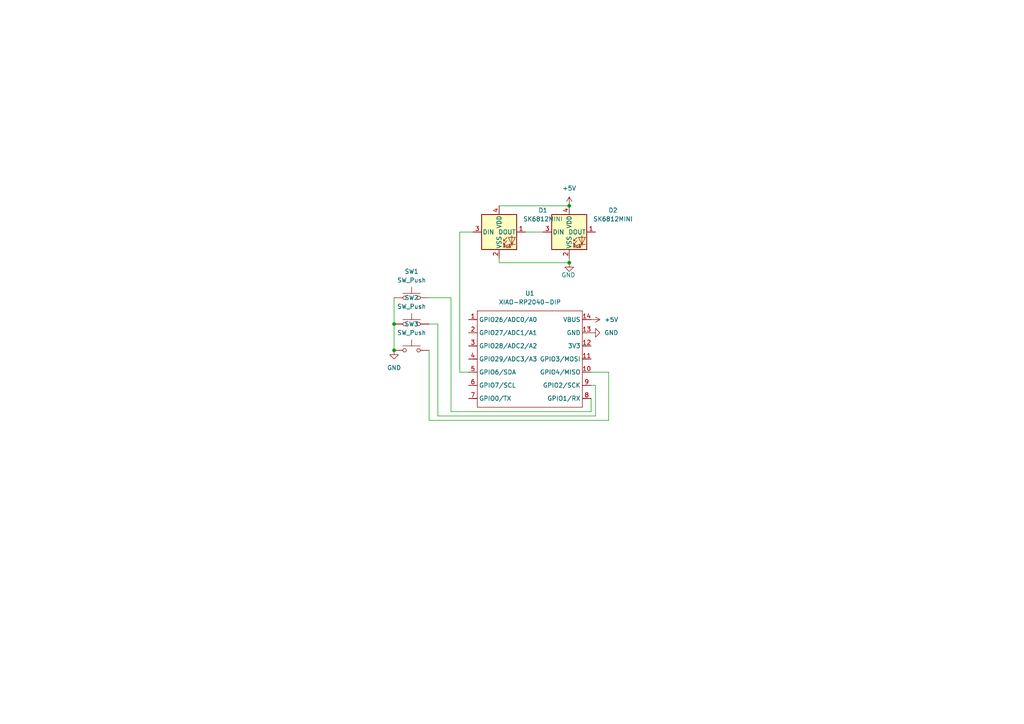
<source format=kicad_sch>
(kicad_sch
	(version 20231120)
	(generator "eeschema")
	(generator_version "8.0")
	(uuid "17f31dfa-1b43-4e54-b4d7-4b97ca3d0ad4")
	(paper "A4")
	(lib_symbols
		(symbol "LED:SK6812MINI"
			(pin_names
				(offset 0.254)
			)
			(exclude_from_sim no)
			(in_bom yes)
			(on_board yes)
			(property "Reference" "D"
				(at 5.08 5.715 0)
				(effects
					(font
						(size 1.27 1.27)
					)
					(justify right bottom)
				)
			)
			(property "Value" "SK6812MINI"
				(at 1.27 -5.715 0)
				(effects
					(font
						(size 1.27 1.27)
					)
					(justify left top)
				)
			)
			(property "Footprint" "LED_SMD:LED_SK6812MINI_PLCC4_3.5x3.5mm_P1.75mm"
				(at 1.27 -7.62 0)
				(effects
					(font
						(size 1.27 1.27)
					)
					(justify left top)
					(hide yes)
				)
			)
			(property "Datasheet" "https://cdn-shop.adafruit.com/product-files/2686/SK6812MINI_REV.01-1-2.pdf"
				(at 2.54 -9.525 0)
				(effects
					(font
						(size 1.27 1.27)
					)
					(justify left top)
					(hide yes)
				)
			)
			(property "Description" "RGB LED with integrated controller"
				(at 0 0 0)
				(effects
					(font
						(size 1.27 1.27)
					)
					(hide yes)
				)
			)
			(property "ki_keywords" "RGB LED NeoPixel Mini addressable"
				(at 0 0 0)
				(effects
					(font
						(size 1.27 1.27)
					)
					(hide yes)
				)
			)
			(property "ki_fp_filters" "LED*SK6812MINI*PLCC*3.5x3.5mm*P1.75mm*"
				(at 0 0 0)
				(effects
					(font
						(size 1.27 1.27)
					)
					(hide yes)
				)
			)
			(symbol "SK6812MINI_0_0"
				(text "RGB"
					(at 2.286 -4.191 0)
					(effects
						(font
							(size 0.762 0.762)
						)
					)
				)
			)
			(symbol "SK6812MINI_0_1"
				(polyline
					(pts
						(xy 1.27 -3.556) (xy 1.778 -3.556)
					)
					(stroke
						(width 0)
						(type default)
					)
					(fill
						(type none)
					)
				)
				(polyline
					(pts
						(xy 1.27 -2.54) (xy 1.778 -2.54)
					)
					(stroke
						(width 0)
						(type default)
					)
					(fill
						(type none)
					)
				)
				(polyline
					(pts
						(xy 4.699 -3.556) (xy 2.667 -3.556)
					)
					(stroke
						(width 0)
						(type default)
					)
					(fill
						(type none)
					)
				)
				(polyline
					(pts
						(xy 2.286 -2.54) (xy 1.27 -3.556) (xy 1.27 -3.048)
					)
					(stroke
						(width 0)
						(type default)
					)
					(fill
						(type none)
					)
				)
				(polyline
					(pts
						(xy 2.286 -1.524) (xy 1.27 -2.54) (xy 1.27 -2.032)
					)
					(stroke
						(width 0)
						(type default)
					)
					(fill
						(type none)
					)
				)
				(polyline
					(pts
						(xy 3.683 -1.016) (xy 3.683 -3.556) (xy 3.683 -4.064)
					)
					(stroke
						(width 0)
						(type default)
					)
					(fill
						(type none)
					)
				)
				(polyline
					(pts
						(xy 4.699 -1.524) (xy 2.667 -1.524) (xy 3.683 -3.556) (xy 4.699 -1.524)
					)
					(stroke
						(width 0)
						(type default)
					)
					(fill
						(type none)
					)
				)
				(rectangle
					(start 5.08 5.08)
					(end -5.08 -5.08)
					(stroke
						(width 0.254)
						(type default)
					)
					(fill
						(type background)
					)
				)
			)
			(symbol "SK6812MINI_1_1"
				(pin output line
					(at 7.62 0 180)
					(length 2.54)
					(name "DOUT"
						(effects
							(font
								(size 1.27 1.27)
							)
						)
					)
					(number "1"
						(effects
							(font
								(size 1.27 1.27)
							)
						)
					)
				)
				(pin power_in line
					(at 0 -7.62 90)
					(length 2.54)
					(name "VSS"
						(effects
							(font
								(size 1.27 1.27)
							)
						)
					)
					(number "2"
						(effects
							(font
								(size 1.27 1.27)
							)
						)
					)
				)
				(pin input line
					(at -7.62 0 0)
					(length 2.54)
					(name "DIN"
						(effects
							(font
								(size 1.27 1.27)
							)
						)
					)
					(number "3"
						(effects
							(font
								(size 1.27 1.27)
							)
						)
					)
				)
				(pin power_in line
					(at 0 7.62 270)
					(length 2.54)
					(name "VDD"
						(effects
							(font
								(size 1.27 1.27)
							)
						)
					)
					(number "4"
						(effects
							(font
								(size 1.27 1.27)
							)
						)
					)
				)
			)
		)
		(symbol "OPL:XIAO-RP2040-DIP"
			(exclude_from_sim no)
			(in_bom yes)
			(on_board yes)
			(property "Reference" "U"
				(at 0 0 0)
				(effects
					(font
						(size 1.27 1.27)
					)
				)
			)
			(property "Value" "XIAO-RP2040-DIP"
				(at 5.334 -1.778 0)
				(effects
					(font
						(size 1.27 1.27)
					)
				)
			)
			(property "Footprint" "Module:MOUDLE14P-XIAO-DIP-SMD"
				(at 14.478 -32.258 0)
				(effects
					(font
						(size 1.27 1.27)
					)
					(hide yes)
				)
			)
			(property "Datasheet" ""
				(at 0 0 0)
				(effects
					(font
						(size 1.27 1.27)
					)
					(hide yes)
				)
			)
			(property "Description" ""
				(at 0 0 0)
				(effects
					(font
						(size 1.27 1.27)
					)
					(hide yes)
				)
			)
			(symbol "XIAO-RP2040-DIP_1_0"
				(polyline
					(pts
						(xy -1.27 -30.48) (xy -1.27 -16.51)
					)
					(stroke
						(width 0.1524)
						(type solid)
					)
					(fill
						(type none)
					)
				)
				(polyline
					(pts
						(xy -1.27 -27.94) (xy -2.54 -27.94)
					)
					(stroke
						(width 0.1524)
						(type solid)
					)
					(fill
						(type none)
					)
				)
				(polyline
					(pts
						(xy -1.27 -24.13) (xy -2.54 -24.13)
					)
					(stroke
						(width 0.1524)
						(type solid)
					)
					(fill
						(type none)
					)
				)
				(polyline
					(pts
						(xy -1.27 -20.32) (xy -2.54 -20.32)
					)
					(stroke
						(width 0.1524)
						(type solid)
					)
					(fill
						(type none)
					)
				)
				(polyline
					(pts
						(xy -1.27 -16.51) (xy -2.54 -16.51)
					)
					(stroke
						(width 0.1524)
						(type solid)
					)
					(fill
						(type none)
					)
				)
				(polyline
					(pts
						(xy -1.27 -16.51) (xy -1.27 -12.7)
					)
					(stroke
						(width 0.1524)
						(type solid)
					)
					(fill
						(type none)
					)
				)
				(polyline
					(pts
						(xy -1.27 -12.7) (xy -2.54 -12.7)
					)
					(stroke
						(width 0.1524)
						(type solid)
					)
					(fill
						(type none)
					)
				)
				(polyline
					(pts
						(xy -1.27 -12.7) (xy -1.27 -8.89)
					)
					(stroke
						(width 0.1524)
						(type solid)
					)
					(fill
						(type none)
					)
				)
				(polyline
					(pts
						(xy -1.27 -8.89) (xy -2.54 -8.89)
					)
					(stroke
						(width 0.1524)
						(type solid)
					)
					(fill
						(type none)
					)
				)
				(polyline
					(pts
						(xy -1.27 -8.89) (xy -1.27 -5.08)
					)
					(stroke
						(width 0.1524)
						(type solid)
					)
					(fill
						(type none)
					)
				)
				(polyline
					(pts
						(xy -1.27 -5.08) (xy -2.54 -5.08)
					)
					(stroke
						(width 0.1524)
						(type solid)
					)
					(fill
						(type none)
					)
				)
				(polyline
					(pts
						(xy -1.27 -5.08) (xy -1.27 -2.54)
					)
					(stroke
						(width 0.1524)
						(type solid)
					)
					(fill
						(type none)
					)
				)
				(polyline
					(pts
						(xy -1.27 -2.54) (xy 29.21 -2.54)
					)
					(stroke
						(width 0.1524)
						(type solid)
					)
					(fill
						(type none)
					)
				)
				(polyline
					(pts
						(xy 29.21 -30.48) (xy -1.27 -30.48)
					)
					(stroke
						(width 0.1524)
						(type solid)
					)
					(fill
						(type none)
					)
				)
				(polyline
					(pts
						(xy 29.21 -12.7) (xy 29.21 -30.48)
					)
					(stroke
						(width 0.1524)
						(type solid)
					)
					(fill
						(type none)
					)
				)
				(polyline
					(pts
						(xy 29.21 -8.89) (xy 29.21 -12.7)
					)
					(stroke
						(width 0.1524)
						(type solid)
					)
					(fill
						(type none)
					)
				)
				(polyline
					(pts
						(xy 29.21 -5.08) (xy 29.21 -8.89)
					)
					(stroke
						(width 0.1524)
						(type solid)
					)
					(fill
						(type none)
					)
				)
				(polyline
					(pts
						(xy 29.21 -2.54) (xy 29.21 -5.08)
					)
					(stroke
						(width 0.1524)
						(type solid)
					)
					(fill
						(type none)
					)
				)
				(polyline
					(pts
						(xy 30.48 -27.94) (xy 29.21 -27.94)
					)
					(stroke
						(width 0.1524)
						(type solid)
					)
					(fill
						(type none)
					)
				)
				(polyline
					(pts
						(xy 30.48 -24.13) (xy 29.21 -24.13)
					)
					(stroke
						(width 0.1524)
						(type solid)
					)
					(fill
						(type none)
					)
				)
				(polyline
					(pts
						(xy 30.48 -20.32) (xy 29.21 -20.32)
					)
					(stroke
						(width 0.1524)
						(type solid)
					)
					(fill
						(type none)
					)
				)
				(polyline
					(pts
						(xy 30.48 -16.51) (xy 29.21 -16.51)
					)
					(stroke
						(width 0.1524)
						(type solid)
					)
					(fill
						(type none)
					)
				)
				(polyline
					(pts
						(xy 30.48 -12.7) (xy 29.21 -12.7)
					)
					(stroke
						(width 0.1524)
						(type solid)
					)
					(fill
						(type none)
					)
				)
				(polyline
					(pts
						(xy 30.48 -8.89) (xy 29.21 -8.89)
					)
					(stroke
						(width 0.1524)
						(type solid)
					)
					(fill
						(type none)
					)
				)
				(polyline
					(pts
						(xy 30.48 -5.08) (xy 29.21 -5.08)
					)
					(stroke
						(width 0.1524)
						(type solid)
					)
					(fill
						(type none)
					)
				)
				(pin passive line
					(at -3.81 -5.08 0)
					(length 2.54)
					(name "GPIO26/ADC0/A0"
						(effects
							(font
								(size 1.27 1.27)
							)
						)
					)
					(number "1"
						(effects
							(font
								(size 1.27 1.27)
							)
						)
					)
				)
				(pin passive line
					(at 31.75 -20.32 180)
					(length 2.54)
					(name "GPIO4/MISO"
						(effects
							(font
								(size 1.27 1.27)
							)
						)
					)
					(number "10"
						(effects
							(font
								(size 1.27 1.27)
							)
						)
					)
				)
				(pin passive line
					(at 31.75 -16.51 180)
					(length 2.54)
					(name "GPIO3/MOSI"
						(effects
							(font
								(size 1.27 1.27)
							)
						)
					)
					(number "11"
						(effects
							(font
								(size 1.27 1.27)
							)
						)
					)
				)
				(pin passive line
					(at 31.75 -12.7 180)
					(length 2.54)
					(name "3V3"
						(effects
							(font
								(size 1.27 1.27)
							)
						)
					)
					(number "12"
						(effects
							(font
								(size 1.27 1.27)
							)
						)
					)
				)
				(pin passive line
					(at 31.75 -8.89 180)
					(length 2.54)
					(name "GND"
						(effects
							(font
								(size 1.27 1.27)
							)
						)
					)
					(number "13"
						(effects
							(font
								(size 1.27 1.27)
							)
						)
					)
				)
				(pin passive line
					(at 31.75 -5.08 180)
					(length 2.54)
					(name "VBUS"
						(effects
							(font
								(size 1.27 1.27)
							)
						)
					)
					(number "14"
						(effects
							(font
								(size 1.27 1.27)
							)
						)
					)
				)
				(pin passive line
					(at -3.81 -8.89 0)
					(length 2.54)
					(name "GPIO27/ADC1/A1"
						(effects
							(font
								(size 1.27 1.27)
							)
						)
					)
					(number "2"
						(effects
							(font
								(size 1.27 1.27)
							)
						)
					)
				)
				(pin passive line
					(at -3.81 -12.7 0)
					(length 2.54)
					(name "GPIO28/ADC2/A2"
						(effects
							(font
								(size 1.27 1.27)
							)
						)
					)
					(number "3"
						(effects
							(font
								(size 1.27 1.27)
							)
						)
					)
				)
				(pin passive line
					(at -3.81 -16.51 0)
					(length 2.54)
					(name "GPIO29/ADC3/A3"
						(effects
							(font
								(size 1.27 1.27)
							)
						)
					)
					(number "4"
						(effects
							(font
								(size 1.27 1.27)
							)
						)
					)
				)
				(pin passive line
					(at -3.81 -20.32 0)
					(length 2.54)
					(name "GPIO6/SDA"
						(effects
							(font
								(size 1.27 1.27)
							)
						)
					)
					(number "5"
						(effects
							(font
								(size 1.27 1.27)
							)
						)
					)
				)
				(pin passive line
					(at -3.81 -24.13 0)
					(length 2.54)
					(name "GPIO7/SCL"
						(effects
							(font
								(size 1.27 1.27)
							)
						)
					)
					(number "6"
						(effects
							(font
								(size 1.27 1.27)
							)
						)
					)
				)
				(pin passive line
					(at -3.81 -27.94 0)
					(length 2.54)
					(name "GPIO0/TX"
						(effects
							(font
								(size 1.27 1.27)
							)
						)
					)
					(number "7"
						(effects
							(font
								(size 1.27 1.27)
							)
						)
					)
				)
				(pin passive line
					(at 31.75 -27.94 180)
					(length 2.54)
					(name "GPIO1/RX"
						(effects
							(font
								(size 1.27 1.27)
							)
						)
					)
					(number "8"
						(effects
							(font
								(size 1.27 1.27)
							)
						)
					)
				)
				(pin passive line
					(at 31.75 -24.13 180)
					(length 2.54)
					(name "GPIO2/SCK"
						(effects
							(font
								(size 1.27 1.27)
							)
						)
					)
					(number "9"
						(effects
							(font
								(size 1.27 1.27)
							)
						)
					)
				)
			)
		)
		(symbol "Switch:SW_Push"
			(pin_numbers hide)
			(pin_names
				(offset 1.016) hide)
			(exclude_from_sim no)
			(in_bom yes)
			(on_board yes)
			(property "Reference" "SW"
				(at 1.27 2.54 0)
				(effects
					(font
						(size 1.27 1.27)
					)
					(justify left)
				)
			)
			(property "Value" "SW_Push"
				(at 0 -1.524 0)
				(effects
					(font
						(size 1.27 1.27)
					)
				)
			)
			(property "Footprint" ""
				(at 0 5.08 0)
				(effects
					(font
						(size 1.27 1.27)
					)
					(hide yes)
				)
			)
			(property "Datasheet" "~"
				(at 0 5.08 0)
				(effects
					(font
						(size 1.27 1.27)
					)
					(hide yes)
				)
			)
			(property "Description" "Push button switch, generic, two pins"
				(at 0 0 0)
				(effects
					(font
						(size 1.27 1.27)
					)
					(hide yes)
				)
			)
			(property "ki_keywords" "switch normally-open pushbutton push-button"
				(at 0 0 0)
				(effects
					(font
						(size 1.27 1.27)
					)
					(hide yes)
				)
			)
			(symbol "SW_Push_0_1"
				(circle
					(center -2.032 0)
					(radius 0.508)
					(stroke
						(width 0)
						(type default)
					)
					(fill
						(type none)
					)
				)
				(polyline
					(pts
						(xy 0 1.27) (xy 0 3.048)
					)
					(stroke
						(width 0)
						(type default)
					)
					(fill
						(type none)
					)
				)
				(polyline
					(pts
						(xy 2.54 1.27) (xy -2.54 1.27)
					)
					(stroke
						(width 0)
						(type default)
					)
					(fill
						(type none)
					)
				)
				(circle
					(center 2.032 0)
					(radius 0.508)
					(stroke
						(width 0)
						(type default)
					)
					(fill
						(type none)
					)
				)
				(pin passive line
					(at -5.08 0 0)
					(length 2.54)
					(name "1"
						(effects
							(font
								(size 1.27 1.27)
							)
						)
					)
					(number "1"
						(effects
							(font
								(size 1.27 1.27)
							)
						)
					)
				)
				(pin passive line
					(at 5.08 0 180)
					(length 2.54)
					(name "2"
						(effects
							(font
								(size 1.27 1.27)
							)
						)
					)
					(number "2"
						(effects
							(font
								(size 1.27 1.27)
							)
						)
					)
				)
			)
		)
		(symbol "power:+5V"
			(power)
			(pin_numbers hide)
			(pin_names
				(offset 0) hide)
			(exclude_from_sim no)
			(in_bom yes)
			(on_board yes)
			(property "Reference" "#PWR"
				(at 0 -3.81 0)
				(effects
					(font
						(size 1.27 1.27)
					)
					(hide yes)
				)
			)
			(property "Value" "+5V"
				(at 0 3.556 0)
				(effects
					(font
						(size 1.27 1.27)
					)
				)
			)
			(property "Footprint" ""
				(at 0 0 0)
				(effects
					(font
						(size 1.27 1.27)
					)
					(hide yes)
				)
			)
			(property "Datasheet" ""
				(at 0 0 0)
				(effects
					(font
						(size 1.27 1.27)
					)
					(hide yes)
				)
			)
			(property "Description" "Power symbol creates a global label with name \"+5V\""
				(at 0 0 0)
				(effects
					(font
						(size 1.27 1.27)
					)
					(hide yes)
				)
			)
			(property "ki_keywords" "global power"
				(at 0 0 0)
				(effects
					(font
						(size 1.27 1.27)
					)
					(hide yes)
				)
			)
			(symbol "+5V_0_1"
				(polyline
					(pts
						(xy -0.762 1.27) (xy 0 2.54)
					)
					(stroke
						(width 0)
						(type default)
					)
					(fill
						(type none)
					)
				)
				(polyline
					(pts
						(xy 0 0) (xy 0 2.54)
					)
					(stroke
						(width 0)
						(type default)
					)
					(fill
						(type none)
					)
				)
				(polyline
					(pts
						(xy 0 2.54) (xy 0.762 1.27)
					)
					(stroke
						(width 0)
						(type default)
					)
					(fill
						(type none)
					)
				)
			)
			(symbol "+5V_1_1"
				(pin power_in line
					(at 0 0 90)
					(length 0)
					(name "~"
						(effects
							(font
								(size 1.27 1.27)
							)
						)
					)
					(number "1"
						(effects
							(font
								(size 1.27 1.27)
							)
						)
					)
				)
			)
		)
		(symbol "power:GND"
			(power)
			(pin_numbers hide)
			(pin_names
				(offset 0) hide)
			(exclude_from_sim no)
			(in_bom yes)
			(on_board yes)
			(property "Reference" "#PWR"
				(at 0 -6.35 0)
				(effects
					(font
						(size 1.27 1.27)
					)
					(hide yes)
				)
			)
			(property "Value" "GND"
				(at 0 -3.81 0)
				(effects
					(font
						(size 1.27 1.27)
					)
				)
			)
			(property "Footprint" ""
				(at 0 0 0)
				(effects
					(font
						(size 1.27 1.27)
					)
					(hide yes)
				)
			)
			(property "Datasheet" ""
				(at 0 0 0)
				(effects
					(font
						(size 1.27 1.27)
					)
					(hide yes)
				)
			)
			(property "Description" "Power symbol creates a global label with name \"GND\" , ground"
				(at 0 0 0)
				(effects
					(font
						(size 1.27 1.27)
					)
					(hide yes)
				)
			)
			(property "ki_keywords" "global power"
				(at 0 0 0)
				(effects
					(font
						(size 1.27 1.27)
					)
					(hide yes)
				)
			)
			(symbol "GND_0_1"
				(polyline
					(pts
						(xy 0 0) (xy 0 -1.27) (xy 1.27 -1.27) (xy 0 -2.54) (xy -1.27 -1.27) (xy 0 -1.27)
					)
					(stroke
						(width 0)
						(type default)
					)
					(fill
						(type none)
					)
				)
			)
			(symbol "GND_1_1"
				(pin power_in line
					(at 0 0 270)
					(length 0)
					(name "~"
						(effects
							(font
								(size 1.27 1.27)
							)
						)
					)
					(number "1"
						(effects
							(font
								(size 1.27 1.27)
							)
						)
					)
				)
			)
		)
	)
	(junction
		(at 114.3 101.6)
		(diameter 0)
		(color 0 0 0 0)
		(uuid "24be2b0d-2548-41b8-9bd1-e4c46a7ccb8b")
	)
	(junction
		(at 165.1 59.69)
		(diameter 0)
		(color 0 0 0 0)
		(uuid "2efa6f7f-d187-4ad7-9b8f-7e4ce577e41b")
	)
	(junction
		(at 165.1 76.2)
		(diameter 0)
		(color 0 0 0 0)
		(uuid "3972bc8a-dc21-4a61-acd9-44fde270e694")
	)
	(junction
		(at 114.3 93.98)
		(diameter 0)
		(color 0 0 0 0)
		(uuid "de4e2dd6-126e-45f2-9121-e58734cf802e")
	)
	(wire
		(pts
			(xy 124.46 101.6) (xy 124.46 121.92)
		)
		(stroke
			(width 0)
			(type default)
		)
		(uuid "00addf3d-0297-426d-89d6-813615e2f521")
	)
	(wire
		(pts
			(xy 137.16 67.31) (xy 133.35 67.31)
		)
		(stroke
			(width 0)
			(type default)
		)
		(uuid "0e4a1644-6cbb-454d-9dc0-5cb524beeaa1")
	)
	(wire
		(pts
			(xy 130.81 119.38) (xy 171.45 119.38)
		)
		(stroke
			(width 0)
			(type default)
		)
		(uuid "1b57cf53-4f5a-43ae-a67f-bf0975f0d26f")
	)
	(wire
		(pts
			(xy 144.78 74.93) (xy 144.78 76.2)
		)
		(stroke
			(width 0)
			(type default)
		)
		(uuid "1c0052e6-18d3-4b0a-94e1-74d0ff8dddea")
	)
	(wire
		(pts
			(xy 127 93.98) (xy 127 120.65)
		)
		(stroke
			(width 0)
			(type default)
		)
		(uuid "47be4155-0cda-44b4-b61c-d2fc60d5c709")
	)
	(wire
		(pts
			(xy 124.46 93.98) (xy 127 93.98)
		)
		(stroke
			(width 0)
			(type default)
		)
		(uuid "5e4d7ff8-c966-4aea-960d-eeeae04b2712")
	)
	(wire
		(pts
			(xy 144.78 76.2) (xy 165.1 76.2)
		)
		(stroke
			(width 0)
			(type default)
		)
		(uuid "624539dc-58ce-4801-ac2d-e49018ac5f4e")
	)
	(wire
		(pts
			(xy 176.53 121.92) (xy 176.53 107.95)
		)
		(stroke
			(width 0)
			(type default)
		)
		(uuid "73d28e7e-436f-4fb0-b5d3-655b2476aa2f")
	)
	(wire
		(pts
			(xy 171.45 119.38) (xy 171.45 115.57)
		)
		(stroke
			(width 0)
			(type default)
		)
		(uuid "806361cd-aaaf-440a-8212-434ea33a0dac")
	)
	(wire
		(pts
			(xy 124.46 86.36) (xy 130.81 86.36)
		)
		(stroke
			(width 0)
			(type default)
		)
		(uuid "816e8004-5e08-41d5-8676-869acbceed2c")
	)
	(wire
		(pts
			(xy 171.45 107.95) (xy 176.53 107.95)
		)
		(stroke
			(width 0)
			(type default)
		)
		(uuid "82bd763d-1767-4107-aacf-1445634fce8f")
	)
	(wire
		(pts
			(xy 172.72 111.76) (xy 171.45 111.76)
		)
		(stroke
			(width 0)
			(type default)
		)
		(uuid "845c0462-4b03-457c-a0bc-d898096966dd")
	)
	(wire
		(pts
			(xy 165.1 76.2) (xy 165.1 74.93)
		)
		(stroke
			(width 0)
			(type default)
		)
		(uuid "853c8889-bf6c-4a05-a28e-3b06c01b5dd1")
	)
	(wire
		(pts
			(xy 130.81 86.36) (xy 130.81 119.38)
		)
		(stroke
			(width 0)
			(type default)
		)
		(uuid "864ff670-54cd-4430-9f77-dbc42c59a8cc")
	)
	(wire
		(pts
			(xy 144.78 59.69) (xy 165.1 59.69)
		)
		(stroke
			(width 0)
			(type default)
		)
		(uuid "8bdc96ad-9a5a-4c37-bad6-d33661b22fa8")
	)
	(wire
		(pts
			(xy 114.3 93.98) (xy 114.3 101.6)
		)
		(stroke
			(width 0)
			(type default)
		)
		(uuid "9365cf00-84fc-4a22-8dbe-0e2212a1b4fb")
	)
	(wire
		(pts
			(xy 127 120.65) (xy 172.72 120.65)
		)
		(stroke
			(width 0)
			(type default)
		)
		(uuid "a3bb9d73-7dda-4230-b4c8-a8a5b7529c5e")
	)
	(wire
		(pts
			(xy 152.4 67.31) (xy 157.48 67.31)
		)
		(stroke
			(width 0)
			(type default)
		)
		(uuid "a89ea690-3494-45eb-ab35-ddb6868258f3")
	)
	(wire
		(pts
			(xy 172.72 120.65) (xy 172.72 111.76)
		)
		(stroke
			(width 0)
			(type default)
		)
		(uuid "b57cdb91-df8b-4ee0-aca8-fe576338d4a9")
	)
	(wire
		(pts
			(xy 133.35 107.95) (xy 135.89 107.95)
		)
		(stroke
			(width 0)
			(type default)
		)
		(uuid "b9f13b5b-118e-447e-8465-9dfb0884019a")
	)
	(wire
		(pts
			(xy 114.3 86.36) (xy 114.3 93.98)
		)
		(stroke
			(width 0)
			(type default)
		)
		(uuid "c5993f6e-e519-480c-91a6-3ee49920aa22")
	)
	(wire
		(pts
			(xy 124.46 121.92) (xy 176.53 121.92)
		)
		(stroke
			(width 0)
			(type default)
		)
		(uuid "d9f6663a-982e-4a48-9240-4c082de31000")
	)
	(wire
		(pts
			(xy 133.35 67.31) (xy 133.35 107.95)
		)
		(stroke
			(width 0)
			(type default)
		)
		(uuid "ec5b772b-8df2-4956-8e1f-7c4ecaeb4876")
	)
	(symbol
		(lib_id "power:GND")
		(at 165.1 76.2 0)
		(unit 1)
		(exclude_from_sim no)
		(in_bom yes)
		(on_board yes)
		(dnp no)
		(uuid "00e48b52-9811-44aa-83b2-ae418f5ab465")
		(property "Reference" "#PWR04"
			(at 165.1 82.55 0)
			(effects
				(font
					(size 1.27 1.27)
				)
				(hide yes)
			)
		)
		(property "Value" "GND"
			(at 164.846 79.756 0)
			(effects
				(font
					(size 1.27 1.27)
				)
			)
		)
		(property "Footprint" ""
			(at 165.1 76.2 0)
			(effects
				(font
					(size 1.27 1.27)
				)
				(hide yes)
			)
		)
		(property "Datasheet" ""
			(at 165.1 76.2 0)
			(effects
				(font
					(size 1.27 1.27)
				)
				(hide yes)
			)
		)
		(property "Description" "Power symbol creates a global label with name \"GND\" , ground"
			(at 165.1 76.2 0)
			(effects
				(font
					(size 1.27 1.27)
				)
				(hide yes)
			)
		)
		(pin "1"
			(uuid "706f0b76-664a-4332-8d87-c225081ab170")
		)
		(instances
			(project ""
				(path "/17f31dfa-1b43-4e54-b4d7-4b97ca3d0ad4"
					(reference "#PWR04")
					(unit 1)
				)
			)
		)
	)
	(symbol
		(lib_id "LED:SK6812MINI")
		(at 165.1 67.31 0)
		(unit 1)
		(exclude_from_sim no)
		(in_bom yes)
		(on_board yes)
		(dnp no)
		(fields_autoplaced yes)
		(uuid "07908e1f-245e-44d5-8c23-2b6ffae5f900")
		(property "Reference" "D2"
			(at 177.8 60.9914 0)
			(effects
				(font
					(size 1.27 1.27)
				)
			)
		)
		(property "Value" "SK6812MINI"
			(at 177.8 63.5314 0)
			(effects
				(font
					(size 1.27 1.27)
				)
			)
		)
		(property "Footprint" "LED_SMD:LED_SK6812MINI_PLCC4_3.5x3.5mm_P1.75mm"
			(at 166.37 74.93 0)
			(effects
				(font
					(size 1.27 1.27)
				)
				(justify left top)
				(hide yes)
			)
		)
		(property "Datasheet" "https://cdn-shop.adafruit.com/product-files/2686/SK6812MINI_REV.01-1-2.pdf"
			(at 167.64 76.835 0)
			(effects
				(font
					(size 1.27 1.27)
				)
				(justify left top)
				(hide yes)
			)
		)
		(property "Description" "RGB LED with integrated controller"
			(at 165.1 67.31 0)
			(effects
				(font
					(size 1.27 1.27)
				)
				(hide yes)
			)
		)
		(pin "3"
			(uuid "da260d95-1936-4bd7-bb4e-a83ba945d73c")
		)
		(pin "4"
			(uuid "f80ca24c-1436-417a-8544-e7f5250bef2e")
		)
		(pin "2"
			(uuid "b9015629-79a2-47ca-a9d8-fe0e03668384")
		)
		(pin "1"
			(uuid "88391478-948e-42d5-92e0-7847df6fdeb9")
		)
		(instances
			(project ""
				(path "/17f31dfa-1b43-4e54-b4d7-4b97ca3d0ad4"
					(reference "D2")
					(unit 1)
				)
			)
		)
	)
	(symbol
		(lib_id "power:+5V")
		(at 165.1 59.69 0)
		(unit 1)
		(exclude_from_sim no)
		(in_bom yes)
		(on_board yes)
		(dnp no)
		(fields_autoplaced yes)
		(uuid "0b8b72fb-2c84-4b50-aab9-6a2a9a9ce582")
		(property "Reference" "#PWR02"
			(at 165.1 63.5 0)
			(effects
				(font
					(size 1.27 1.27)
				)
				(hide yes)
			)
		)
		(property "Value" "+5V"
			(at 165.1 54.61 0)
			(effects
				(font
					(size 1.27 1.27)
				)
			)
		)
		(property "Footprint" ""
			(at 165.1 59.69 0)
			(effects
				(font
					(size 1.27 1.27)
				)
				(hide yes)
			)
		)
		(property "Datasheet" ""
			(at 165.1 59.69 0)
			(effects
				(font
					(size 1.27 1.27)
				)
				(hide yes)
			)
		)
		(property "Description" "Power symbol creates a global label with name \"+5V\""
			(at 165.1 59.69 0)
			(effects
				(font
					(size 1.27 1.27)
				)
				(hide yes)
			)
		)
		(pin "1"
			(uuid "01aad6f3-7c9d-4722-b907-cf481742a2cd")
		)
		(instances
			(project ""
				(path "/17f31dfa-1b43-4e54-b4d7-4b97ca3d0ad4"
					(reference "#PWR02")
					(unit 1)
				)
			)
		)
	)
	(symbol
		(lib_id "Switch:SW_Push")
		(at 119.38 86.36 0)
		(unit 1)
		(exclude_from_sim no)
		(in_bom yes)
		(on_board yes)
		(dnp no)
		(fields_autoplaced yes)
		(uuid "18faf642-e4d5-4cf8-b5bd-addcf52fa722")
		(property "Reference" "SW1"
			(at 119.38 78.74 0)
			(effects
				(font
					(size 1.27 1.27)
				)
			)
		)
		(property "Value" "SW_Push"
			(at 119.38 81.28 0)
			(effects
				(font
					(size 1.27 1.27)
				)
			)
		)
		(property "Footprint" "Button_Switch_Keyboard:SW_Cherry_MX_1.00u_PCB"
			(at 119.38 81.28 0)
			(effects
				(font
					(size 1.27 1.27)
				)
				(hide yes)
			)
		)
		(property "Datasheet" "~"
			(at 119.38 81.28 0)
			(effects
				(font
					(size 1.27 1.27)
				)
				(hide yes)
			)
		)
		(property "Description" "Push button switch, generic, two pins"
			(at 119.38 86.36 0)
			(effects
				(font
					(size 1.27 1.27)
				)
				(hide yes)
			)
		)
		(pin "2"
			(uuid "759d4031-cba2-43fe-99f6-95f7404e6f01")
		)
		(pin "1"
			(uuid "8b8f1d37-c043-4d33-8eb2-cdb971dd984b")
		)
		(instances
			(project ""
				(path "/17f31dfa-1b43-4e54-b4d7-4b97ca3d0ad4"
					(reference "SW1")
					(unit 1)
				)
			)
		)
	)
	(symbol
		(lib_id "Switch:SW_Push")
		(at 119.38 101.6 0)
		(unit 1)
		(exclude_from_sim no)
		(in_bom yes)
		(on_board yes)
		(dnp no)
		(fields_autoplaced yes)
		(uuid "2beeda86-a5b2-4942-a025-56701839ba9d")
		(property "Reference" "SW3"
			(at 119.38 93.98 0)
			(effects
				(font
					(size 1.27 1.27)
				)
			)
		)
		(property "Value" "SW_Push"
			(at 119.38 96.52 0)
			(effects
				(font
					(size 1.27 1.27)
				)
			)
		)
		(property "Footprint" "Button_Switch_Keyboard:SW_Cherry_MX_1.00u_PCB"
			(at 119.38 96.52 0)
			(effects
				(font
					(size 1.27 1.27)
				)
				(hide yes)
			)
		)
		(property "Datasheet" "~"
			(at 119.38 96.52 0)
			(effects
				(font
					(size 1.27 1.27)
				)
				(hide yes)
			)
		)
		(property "Description" "Push button switch, generic, two pins"
			(at 119.38 101.6 0)
			(effects
				(font
					(size 1.27 1.27)
				)
				(hide yes)
			)
		)
		(pin "2"
			(uuid "eaa360e7-6b14-43cd-873c-c32dfb38c327")
		)
		(pin "1"
			(uuid "ca2166ca-0ece-45ed-a39f-c2232775f908")
		)
		(instances
			(project "osu-keypad"
				(path "/17f31dfa-1b43-4e54-b4d7-4b97ca3d0ad4"
					(reference "SW3")
					(unit 1)
				)
			)
		)
	)
	(symbol
		(lib_id "power:+5V")
		(at 171.45 92.71 270)
		(unit 1)
		(exclude_from_sim no)
		(in_bom yes)
		(on_board yes)
		(dnp no)
		(fields_autoplaced yes)
		(uuid "51f96c11-420e-4072-a052-5118c8431779")
		(property "Reference" "#PWR01"
			(at 167.64 92.71 0)
			(effects
				(font
					(size 1.27 1.27)
				)
				(hide yes)
			)
		)
		(property "Value" "+5V"
			(at 175.26 92.7099 90)
			(effects
				(font
					(size 1.27 1.27)
				)
				(justify left)
			)
		)
		(property "Footprint" ""
			(at 171.45 92.71 0)
			(effects
				(font
					(size 1.27 1.27)
				)
				(hide yes)
			)
		)
		(property "Datasheet" ""
			(at 171.45 92.71 0)
			(effects
				(font
					(size 1.27 1.27)
				)
				(hide yes)
			)
		)
		(property "Description" "Power symbol creates a global label with name \"+5V\""
			(at 171.45 92.71 0)
			(effects
				(font
					(size 1.27 1.27)
				)
				(hide yes)
			)
		)
		(pin "1"
			(uuid "267711fe-87f4-4423-ba33-55f6af3729d8")
		)
		(instances
			(project ""
				(path "/17f31dfa-1b43-4e54-b4d7-4b97ca3d0ad4"
					(reference "#PWR01")
					(unit 1)
				)
			)
		)
	)
	(symbol
		(lib_id "power:GND")
		(at 114.3 101.6 0)
		(unit 1)
		(exclude_from_sim no)
		(in_bom yes)
		(on_board yes)
		(dnp no)
		(fields_autoplaced yes)
		(uuid "53be500e-53f6-4042-8438-0c53e9731829")
		(property "Reference" "#PWR05"
			(at 114.3 107.95 0)
			(effects
				(font
					(size 1.27 1.27)
				)
				(hide yes)
			)
		)
		(property "Value" "GND"
			(at 114.3 106.68 0)
			(effects
				(font
					(size 1.27 1.27)
				)
			)
		)
		(property "Footprint" ""
			(at 114.3 101.6 0)
			(effects
				(font
					(size 1.27 1.27)
				)
				(hide yes)
			)
		)
		(property "Datasheet" ""
			(at 114.3 101.6 0)
			(effects
				(font
					(size 1.27 1.27)
				)
				(hide yes)
			)
		)
		(property "Description" "Power symbol creates a global label with name \"GND\" , ground"
			(at 114.3 101.6 0)
			(effects
				(font
					(size 1.27 1.27)
				)
				(hide yes)
			)
		)
		(pin "1"
			(uuid "dcc6fe80-7128-438b-8158-f4eb2f01dfd2")
		)
		(instances
			(project ""
				(path "/17f31dfa-1b43-4e54-b4d7-4b97ca3d0ad4"
					(reference "#PWR05")
					(unit 1)
				)
			)
		)
	)
	(symbol
		(lib_id "power:GND")
		(at 171.45 96.52 90)
		(unit 1)
		(exclude_from_sim no)
		(in_bom yes)
		(on_board yes)
		(dnp no)
		(fields_autoplaced yes)
		(uuid "55795659-9a95-4ede-851a-775f39e5fdda")
		(property "Reference" "#PWR03"
			(at 177.8 96.52 0)
			(effects
				(font
					(size 1.27 1.27)
				)
				(hide yes)
			)
		)
		(property "Value" "GND"
			(at 175.26 96.5199 90)
			(effects
				(font
					(size 1.27 1.27)
				)
				(justify right)
			)
		)
		(property "Footprint" ""
			(at 171.45 96.52 0)
			(effects
				(font
					(size 1.27 1.27)
				)
				(hide yes)
			)
		)
		(property "Datasheet" ""
			(at 171.45 96.52 0)
			(effects
				(font
					(size 1.27 1.27)
				)
				(hide yes)
			)
		)
		(property "Description" "Power symbol creates a global label with name \"GND\" , ground"
			(at 171.45 96.52 0)
			(effects
				(font
					(size 1.27 1.27)
				)
				(hide yes)
			)
		)
		(pin "1"
			(uuid "52b443e6-5340-49a4-95fd-06b43d8964ab")
		)
		(instances
			(project ""
				(path "/17f31dfa-1b43-4e54-b4d7-4b97ca3d0ad4"
					(reference "#PWR03")
					(unit 1)
				)
			)
		)
	)
	(symbol
		(lib_id "OPL:XIAO-RP2040-DIP")
		(at 139.7 87.63 0)
		(unit 1)
		(exclude_from_sim no)
		(in_bom yes)
		(on_board yes)
		(dnp no)
		(fields_autoplaced yes)
		(uuid "70ec4250-cd9a-418b-b0b1-587e0f646615")
		(property "Reference" "U1"
			(at 153.67 85.09 0)
			(effects
				(font
					(size 1.27 1.27)
				)
			)
		)
		(property "Value" "XIAO-RP2040-DIP"
			(at 153.67 87.63 0)
			(effects
				(font
					(size 1.27 1.27)
				)
			)
		)
		(property "Footprint" "OPL:XIAO-RP2040-DIP"
			(at 154.178 119.888 0)
			(effects
				(font
					(size 1.27 1.27)
				)
				(hide yes)
			)
		)
		(property "Datasheet" ""
			(at 139.7 87.63 0)
			(effects
				(font
					(size 1.27 1.27)
				)
				(hide yes)
			)
		)
		(property "Description" ""
			(at 139.7 87.63 0)
			(effects
				(font
					(size 1.27 1.27)
				)
				(hide yes)
			)
		)
		(pin "1"
			(uuid "f7a6d844-1825-4bf8-b1e6-d882ea509638")
		)
		(pin "11"
			(uuid "ae19f428-7e64-4c7b-82d7-29a201f8c276")
		)
		(pin "7"
			(uuid "5bee5d6c-317e-41cf-b553-3eea94e1d2f9")
		)
		(pin "9"
			(uuid "cb6cc60b-8a0c-4f55-baae-8be6f01fb12f")
		)
		(pin "14"
			(uuid "5a01c307-31a7-49e4-9a2e-c609739b088d")
		)
		(pin "5"
			(uuid "af426348-b75a-4a10-94de-46b200d1428b")
		)
		(pin "12"
			(uuid "5ab1c065-90cf-43fd-b5a1-f791396e932c")
		)
		(pin "3"
			(uuid "7d2b9f73-7020-4b10-bf62-2e3bd28854de")
		)
		(pin "4"
			(uuid "fb14e725-2413-44c2-8435-cc7887790de3")
		)
		(pin "6"
			(uuid "6974576c-6cd2-45d3-98ed-232e2e937e5d")
		)
		(pin "10"
			(uuid "0eb80b28-b805-411a-8d1c-f78c599a8ef6")
		)
		(pin "13"
			(uuid "ff42d36f-ee08-434f-bb9f-6fe01c02c91d")
		)
		(pin "2"
			(uuid "93b554f7-c272-4a6b-836a-b5a88ff0a479")
		)
		(pin "8"
			(uuid "6a62b7d2-93f2-4a67-8a32-b47a7b731151")
		)
		(instances
			(project ""
				(path "/17f31dfa-1b43-4e54-b4d7-4b97ca3d0ad4"
					(reference "U1")
					(unit 1)
				)
			)
		)
	)
	(symbol
		(lib_id "LED:SK6812MINI")
		(at 144.78 67.31 0)
		(unit 1)
		(exclude_from_sim no)
		(in_bom yes)
		(on_board yes)
		(dnp no)
		(fields_autoplaced yes)
		(uuid "ccce6509-1c33-4403-8c9e-f93d44c4750d")
		(property "Reference" "D1"
			(at 157.48 60.9914 0)
			(effects
				(font
					(size 1.27 1.27)
				)
			)
		)
		(property "Value" "SK6812MINI"
			(at 157.48 63.5314 0)
			(effects
				(font
					(size 1.27 1.27)
				)
			)
		)
		(property "Footprint" "LED_SMD:LED_SK6812MINI_PLCC4_3.5x3.5mm_P1.75mm"
			(at 146.05 74.93 0)
			(effects
				(font
					(size 1.27 1.27)
				)
				(justify left top)
				(hide yes)
			)
		)
		(property "Datasheet" "https://cdn-shop.adafruit.com/product-files/2686/SK6812MINI_REV.01-1-2.pdf"
			(at 147.32 76.835 0)
			(effects
				(font
					(size 1.27 1.27)
				)
				(justify left top)
				(hide yes)
			)
		)
		(property "Description" "RGB LED with integrated controller"
			(at 144.78 67.31 0)
			(effects
				(font
					(size 1.27 1.27)
				)
				(hide yes)
			)
		)
		(pin "2"
			(uuid "c7beb8c9-c59b-4a2b-b1a9-c0492f193b07")
		)
		(pin "4"
			(uuid "9c6202a8-fd1f-47d5-8149-8bf5fc238f50")
		)
		(pin "3"
			(uuid "4a2c681e-f56e-4582-ac1d-2eb09a57c380")
		)
		(pin "1"
			(uuid "b6102ba7-d02d-4a5f-9bdc-f0759f52aad2")
		)
		(instances
			(project ""
				(path "/17f31dfa-1b43-4e54-b4d7-4b97ca3d0ad4"
					(reference "D1")
					(unit 1)
				)
			)
		)
	)
	(symbol
		(lib_id "Switch:SW_Push")
		(at 119.38 93.98 0)
		(unit 1)
		(exclude_from_sim no)
		(in_bom yes)
		(on_board yes)
		(dnp no)
		(fields_autoplaced yes)
		(uuid "ec9e1f5f-f828-4b9d-aef4-ca0131f728a7")
		(property "Reference" "SW2"
			(at 119.38 86.36 0)
			(effects
				(font
					(size 1.27 1.27)
				)
			)
		)
		(property "Value" "SW_Push"
			(at 119.38 88.9 0)
			(effects
				(font
					(size 1.27 1.27)
				)
			)
		)
		(property "Footprint" "Button_Switch_Keyboard:SW_Cherry_MX_1.00u_PCB"
			(at 119.38 88.9 0)
			(effects
				(font
					(size 1.27 1.27)
				)
				(hide yes)
			)
		)
		(property "Datasheet" "~"
			(at 119.38 88.9 0)
			(effects
				(font
					(size 1.27 1.27)
				)
				(hide yes)
			)
		)
		(property "Description" "Push button switch, generic, two pins"
			(at 119.38 93.98 0)
			(effects
				(font
					(size 1.27 1.27)
				)
				(hide yes)
			)
		)
		(pin "2"
			(uuid "4a5a74e0-0915-451a-b9bd-69d5dc7217d8")
		)
		(pin "1"
			(uuid "3dfd8ab4-fff8-4380-bbed-81669b644722")
		)
		(instances
			(project "osu-keypad"
				(path "/17f31dfa-1b43-4e54-b4d7-4b97ca3d0ad4"
					(reference "SW2")
					(unit 1)
				)
			)
		)
	)
	(sheet_instances
		(path "/"
			(page "1")
		)
	)
)

</source>
